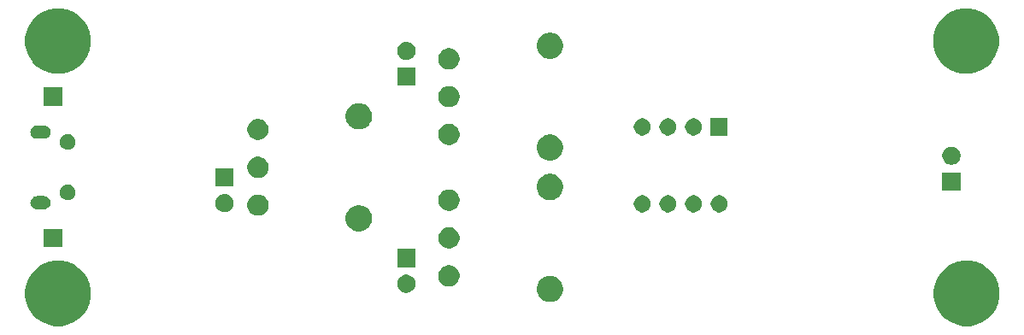
<source format=gbr>
G04 #@! TF.GenerationSoftware,KiCad,Pcbnew,(5.1.5-0-10_14)*
G04 #@! TF.CreationDate,2020-09-27T01:00:48-07:00*
G04 #@! TF.ProjectId,Bias_Tester,42696173-5f54-4657-9374-65722e6b6963,rev?*
G04 #@! TF.SameCoordinates,Original*
G04 #@! TF.FileFunction,Soldermask,Bot*
G04 #@! TF.FilePolarity,Negative*
%FSLAX46Y46*%
G04 Gerber Fmt 4.6, Leading zero omitted, Abs format (unit mm)*
G04 Created by KiCad (PCBNEW (5.1.5-0-10_14)) date 2020-09-27 01:00:48*
%MOMM*%
%LPD*%
G04 APERTURE LIST*
%ADD10C,0.150000*%
G04 APERTURE END LIST*
D10*
G36*
X166447990Y-108374896D02*
G01*
X166447992Y-108374897D01*
X166447993Y-108374897D01*
X166621229Y-108446654D01*
X167039452Y-108619888D01*
X167305603Y-108797724D01*
X167571753Y-108975559D01*
X168024441Y-109428247D01*
X168189039Y-109674586D01*
X168380112Y-109960548D01*
X168625104Y-110552010D01*
X168750000Y-111179903D01*
X168750000Y-111820097D01*
X168625104Y-112447990D01*
X168380112Y-113039452D01*
X168024440Y-113571754D01*
X167571754Y-114024440D01*
X167039452Y-114380112D01*
X166621229Y-114553346D01*
X166447993Y-114625103D01*
X166447992Y-114625103D01*
X166447990Y-114625104D01*
X165820097Y-114750000D01*
X165179903Y-114750000D01*
X164552010Y-114625104D01*
X164552008Y-114625103D01*
X164552007Y-114625103D01*
X164378771Y-114553346D01*
X163960548Y-114380112D01*
X163428246Y-114024440D01*
X162975560Y-113571754D01*
X162619888Y-113039452D01*
X162374896Y-112447990D01*
X162250000Y-111820097D01*
X162250000Y-111179903D01*
X162374896Y-110552010D01*
X162619888Y-109960548D01*
X162810961Y-109674586D01*
X162975559Y-109428247D01*
X163428247Y-108975559D01*
X163694397Y-108797724D01*
X163960548Y-108619888D01*
X164378771Y-108446654D01*
X164552007Y-108374897D01*
X164552008Y-108374897D01*
X164552010Y-108374896D01*
X165179903Y-108250000D01*
X165820097Y-108250000D01*
X166447990Y-108374896D01*
G37*
G36*
X76447990Y-108374896D02*
G01*
X76447992Y-108374897D01*
X76447993Y-108374897D01*
X76621229Y-108446654D01*
X77039452Y-108619888D01*
X77305603Y-108797724D01*
X77571753Y-108975559D01*
X78024441Y-109428247D01*
X78189039Y-109674586D01*
X78380112Y-109960548D01*
X78625104Y-110552010D01*
X78750000Y-111179903D01*
X78750000Y-111820097D01*
X78625104Y-112447990D01*
X78380112Y-113039452D01*
X78024440Y-113571754D01*
X77571754Y-114024440D01*
X77039452Y-114380112D01*
X76621229Y-114553346D01*
X76447993Y-114625103D01*
X76447992Y-114625103D01*
X76447990Y-114625104D01*
X75820097Y-114750000D01*
X75179903Y-114750000D01*
X74552010Y-114625104D01*
X74552008Y-114625103D01*
X74552007Y-114625103D01*
X74378771Y-114553346D01*
X73960548Y-114380112D01*
X73428246Y-114024440D01*
X72975560Y-113571754D01*
X72619888Y-113039452D01*
X72374896Y-112447990D01*
X72250000Y-111820097D01*
X72250000Y-111179903D01*
X72374896Y-110552010D01*
X72619888Y-109960548D01*
X72810961Y-109674586D01*
X72975559Y-109428247D01*
X73428247Y-108975559D01*
X73694397Y-108797724D01*
X73960548Y-108619888D01*
X74378771Y-108446654D01*
X74552007Y-108374897D01*
X74552008Y-108374897D01*
X74552010Y-108374896D01*
X75179903Y-108250000D01*
X75820097Y-108250000D01*
X76447990Y-108374896D01*
G37*
G36*
X124609196Y-109799958D02*
G01*
X124609198Y-109799959D01*
X124609199Y-109799959D01*
X124696592Y-109836159D01*
X124845781Y-109897955D01*
X125058702Y-110040224D01*
X125239776Y-110221298D01*
X125382045Y-110434219D01*
X125480042Y-110670804D01*
X125530000Y-110921961D01*
X125530000Y-111178039D01*
X125480042Y-111429196D01*
X125382045Y-111665781D01*
X125239776Y-111878702D01*
X125058702Y-112059776D01*
X124845781Y-112202045D01*
X124696592Y-112263841D01*
X124609199Y-112300041D01*
X124609198Y-112300041D01*
X124609196Y-112300042D01*
X124358039Y-112350000D01*
X124101961Y-112350000D01*
X123850804Y-112300042D01*
X123850802Y-112300041D01*
X123850801Y-112300041D01*
X123763408Y-112263841D01*
X123614219Y-112202045D01*
X123401298Y-112059776D01*
X123220224Y-111878702D01*
X123077955Y-111665781D01*
X122979958Y-111429196D01*
X122930000Y-111178039D01*
X122930000Y-110921961D01*
X122979958Y-110670804D01*
X123077955Y-110434219D01*
X123220224Y-110221298D01*
X123401298Y-110040224D01*
X123614219Y-109897955D01*
X123763408Y-109836159D01*
X123850801Y-109799959D01*
X123850802Y-109799959D01*
X123850804Y-109799958D01*
X124101961Y-109750000D01*
X124358039Y-109750000D01*
X124609196Y-109799958D01*
G37*
G36*
X110262520Y-109674586D02*
G01*
X110262522Y-109674587D01*
X110262523Y-109674587D01*
X110323025Y-109699648D01*
X110426310Y-109742430D01*
X110573717Y-109840924D01*
X110699076Y-109966283D01*
X110797570Y-110113690D01*
X110865414Y-110277480D01*
X110900000Y-110451358D01*
X110900000Y-110628642D01*
X110865414Y-110802520D01*
X110797570Y-110966310D01*
X110699076Y-111113717D01*
X110573717Y-111239076D01*
X110426310Y-111337570D01*
X110323025Y-111380352D01*
X110262523Y-111405413D01*
X110262522Y-111405413D01*
X110262520Y-111405414D01*
X110088642Y-111440000D01*
X109911358Y-111440000D01*
X109737480Y-111405414D01*
X109737478Y-111405413D01*
X109737477Y-111405413D01*
X109676975Y-111380352D01*
X109573690Y-111337570D01*
X109426283Y-111239076D01*
X109300924Y-111113717D01*
X109202430Y-110966310D01*
X109134586Y-110802520D01*
X109100000Y-110628642D01*
X109100000Y-110451358D01*
X109134586Y-110277480D01*
X109202430Y-110113690D01*
X109300924Y-109966283D01*
X109426283Y-109840924D01*
X109573690Y-109742430D01*
X109676975Y-109699648D01*
X109737477Y-109674587D01*
X109737478Y-109674587D01*
X109737480Y-109674586D01*
X109911358Y-109640000D01*
X110088642Y-109640000D01*
X110262520Y-109674586D01*
G37*
G36*
X114536274Y-108740350D02*
G01*
X114727362Y-108819502D01*
X114899336Y-108934411D01*
X115045589Y-109080664D01*
X115160498Y-109252638D01*
X115239650Y-109443726D01*
X115280000Y-109646584D01*
X115280000Y-109853416D01*
X115239650Y-110056274D01*
X115160498Y-110247362D01*
X115045589Y-110419336D01*
X114899336Y-110565589D01*
X114727362Y-110680498D01*
X114536274Y-110759650D01*
X114333416Y-110800000D01*
X114126584Y-110800000D01*
X113923726Y-110759650D01*
X113732638Y-110680498D01*
X113560664Y-110565589D01*
X113414411Y-110419336D01*
X113299502Y-110247362D01*
X113220350Y-110056274D01*
X113180000Y-109853416D01*
X113180000Y-109646584D01*
X113220350Y-109443726D01*
X113299502Y-109252638D01*
X113414411Y-109080664D01*
X113560664Y-108934411D01*
X113732638Y-108819502D01*
X113923726Y-108740350D01*
X114126584Y-108700000D01*
X114333416Y-108700000D01*
X114536274Y-108740350D01*
G37*
G36*
X110900000Y-108900000D02*
G01*
X109100000Y-108900000D01*
X109100000Y-107100000D01*
X110900000Y-107100000D01*
X110900000Y-108900000D01*
G37*
G36*
X114536274Y-104990350D02*
G01*
X114727362Y-105069502D01*
X114899336Y-105184411D01*
X115045589Y-105330664D01*
X115160498Y-105502638D01*
X115239650Y-105693726D01*
X115280000Y-105896584D01*
X115280000Y-106103416D01*
X115239650Y-106306274D01*
X115160498Y-106497362D01*
X115045589Y-106669336D01*
X114899336Y-106815589D01*
X114727362Y-106930498D01*
X114536274Y-107009650D01*
X114333416Y-107050000D01*
X114126584Y-107050000D01*
X113923726Y-107009650D01*
X113732638Y-106930498D01*
X113560664Y-106815589D01*
X113414411Y-106669336D01*
X113299502Y-106497362D01*
X113220350Y-106306274D01*
X113180000Y-106103416D01*
X113180000Y-105896584D01*
X113220350Y-105693726D01*
X113299502Y-105502638D01*
X113414411Y-105330664D01*
X113560664Y-105184411D01*
X113732638Y-105069502D01*
X113923726Y-104990350D01*
X114126584Y-104950000D01*
X114333416Y-104950000D01*
X114536274Y-104990350D01*
G37*
G36*
X75900000Y-106900000D02*
G01*
X74100000Y-106900000D01*
X74100000Y-105100000D01*
X75900000Y-105100000D01*
X75900000Y-106900000D01*
G37*
G36*
X105679196Y-102799958D02*
G01*
X105679198Y-102799959D01*
X105679199Y-102799959D01*
X105766592Y-102836159D01*
X105915781Y-102897955D01*
X106128702Y-103040224D01*
X106309776Y-103221298D01*
X106452045Y-103434219D01*
X106550042Y-103670804D01*
X106600000Y-103921961D01*
X106600000Y-104178039D01*
X106550042Y-104429196D01*
X106452045Y-104665781D01*
X106309776Y-104878702D01*
X106128702Y-105059776D01*
X105915781Y-105202045D01*
X105766592Y-105263841D01*
X105679199Y-105300041D01*
X105679198Y-105300041D01*
X105679196Y-105300042D01*
X105428039Y-105350000D01*
X105171961Y-105350000D01*
X104920804Y-105300042D01*
X104920802Y-105300041D01*
X104920801Y-105300041D01*
X104833408Y-105263841D01*
X104684219Y-105202045D01*
X104471298Y-105059776D01*
X104290224Y-104878702D01*
X104147955Y-104665781D01*
X104049958Y-104429196D01*
X104000000Y-104178039D01*
X104000000Y-103921961D01*
X104049958Y-103670804D01*
X104147955Y-103434219D01*
X104290224Y-103221298D01*
X104471298Y-103040224D01*
X104684219Y-102897955D01*
X104833408Y-102836159D01*
X104920801Y-102799959D01*
X104920802Y-102799959D01*
X104920804Y-102799958D01*
X105171961Y-102750000D01*
X105428039Y-102750000D01*
X105679196Y-102799958D01*
G37*
G36*
X95606274Y-101740350D02*
G01*
X95797362Y-101819502D01*
X95969336Y-101934411D01*
X96115589Y-102080664D01*
X96230498Y-102252638D01*
X96309650Y-102443726D01*
X96350000Y-102646584D01*
X96350000Y-102853416D01*
X96309650Y-103056274D01*
X96230498Y-103247362D01*
X96115589Y-103419336D01*
X95969336Y-103565589D01*
X95797362Y-103680498D01*
X95606274Y-103759650D01*
X95403416Y-103800000D01*
X95196584Y-103800000D01*
X94993726Y-103759650D01*
X94802638Y-103680498D01*
X94630664Y-103565589D01*
X94484411Y-103419336D01*
X94369502Y-103247362D01*
X94290350Y-103056274D01*
X94250000Y-102853416D01*
X94250000Y-102646584D01*
X94290350Y-102443726D01*
X94369502Y-102252638D01*
X94484411Y-102080664D01*
X94630664Y-101934411D01*
X94802638Y-101819502D01*
X94993726Y-101740350D01*
X95196584Y-101700000D01*
X95403416Y-101700000D01*
X95606274Y-101740350D01*
G37*
G36*
X141247936Y-101802665D02*
G01*
X141247938Y-101802666D01*
X141247939Y-101802666D01*
X141402628Y-101866740D01*
X141541842Y-101959760D01*
X141660240Y-102078158D01*
X141753260Y-102217372D01*
X141809611Y-102353416D01*
X141817335Y-102372064D01*
X141850000Y-102536282D01*
X141850000Y-102703718D01*
X141820224Y-102853413D01*
X141817334Y-102867939D01*
X141753260Y-103022628D01*
X141660240Y-103161842D01*
X141541842Y-103280240D01*
X141402628Y-103373260D01*
X141247939Y-103437334D01*
X141247938Y-103437334D01*
X141247936Y-103437335D01*
X141083718Y-103470000D01*
X140916282Y-103470000D01*
X140752064Y-103437335D01*
X140752062Y-103437334D01*
X140752061Y-103437334D01*
X140597372Y-103373260D01*
X140458158Y-103280240D01*
X140339760Y-103161842D01*
X140246740Y-103022628D01*
X140182666Y-102867939D01*
X140179777Y-102853413D01*
X140150000Y-102703718D01*
X140150000Y-102536282D01*
X140182665Y-102372064D01*
X140190389Y-102353416D01*
X140246740Y-102217372D01*
X140339760Y-102078158D01*
X140458158Y-101959760D01*
X140597372Y-101866740D01*
X140752061Y-101802666D01*
X140752062Y-101802666D01*
X140752064Y-101802665D01*
X140916282Y-101770000D01*
X141083718Y-101770000D01*
X141247936Y-101802665D01*
G37*
G36*
X138707936Y-101802665D02*
G01*
X138707938Y-101802666D01*
X138707939Y-101802666D01*
X138862628Y-101866740D01*
X139001842Y-101959760D01*
X139120240Y-102078158D01*
X139213260Y-102217372D01*
X139269611Y-102353416D01*
X139277335Y-102372064D01*
X139310000Y-102536282D01*
X139310000Y-102703718D01*
X139280224Y-102853413D01*
X139277334Y-102867939D01*
X139213260Y-103022628D01*
X139120240Y-103161842D01*
X139001842Y-103280240D01*
X138862628Y-103373260D01*
X138707939Y-103437334D01*
X138707938Y-103437334D01*
X138707936Y-103437335D01*
X138543718Y-103470000D01*
X138376282Y-103470000D01*
X138212064Y-103437335D01*
X138212062Y-103437334D01*
X138212061Y-103437334D01*
X138057372Y-103373260D01*
X137918158Y-103280240D01*
X137799760Y-103161842D01*
X137706740Y-103022628D01*
X137642666Y-102867939D01*
X137639777Y-102853413D01*
X137610000Y-102703718D01*
X137610000Y-102536282D01*
X137642665Y-102372064D01*
X137650389Y-102353416D01*
X137706740Y-102217372D01*
X137799760Y-102078158D01*
X137918158Y-101959760D01*
X138057372Y-101866740D01*
X138212061Y-101802666D01*
X138212062Y-101802666D01*
X138212064Y-101802665D01*
X138376282Y-101770000D01*
X138543718Y-101770000D01*
X138707936Y-101802665D01*
G37*
G36*
X136167936Y-101802665D02*
G01*
X136167938Y-101802666D01*
X136167939Y-101802666D01*
X136322628Y-101866740D01*
X136461842Y-101959760D01*
X136580240Y-102078158D01*
X136673260Y-102217372D01*
X136729611Y-102353416D01*
X136737335Y-102372064D01*
X136770000Y-102536282D01*
X136770000Y-102703718D01*
X136740224Y-102853413D01*
X136737334Y-102867939D01*
X136673260Y-103022628D01*
X136580240Y-103161842D01*
X136461842Y-103280240D01*
X136322628Y-103373260D01*
X136167939Y-103437334D01*
X136167938Y-103437334D01*
X136167936Y-103437335D01*
X136003718Y-103470000D01*
X135836282Y-103470000D01*
X135672064Y-103437335D01*
X135672062Y-103437334D01*
X135672061Y-103437334D01*
X135517372Y-103373260D01*
X135378158Y-103280240D01*
X135259760Y-103161842D01*
X135166740Y-103022628D01*
X135102666Y-102867939D01*
X135099777Y-102853413D01*
X135070000Y-102703718D01*
X135070000Y-102536282D01*
X135102665Y-102372064D01*
X135110389Y-102353416D01*
X135166740Y-102217372D01*
X135259760Y-102078158D01*
X135378158Y-101959760D01*
X135517372Y-101866740D01*
X135672061Y-101802666D01*
X135672062Y-101802666D01*
X135672064Y-101802665D01*
X135836282Y-101770000D01*
X136003718Y-101770000D01*
X136167936Y-101802665D01*
G37*
G36*
X133627936Y-101802665D02*
G01*
X133627938Y-101802666D01*
X133627939Y-101802666D01*
X133782628Y-101866740D01*
X133921842Y-101959760D01*
X134040240Y-102078158D01*
X134133260Y-102217372D01*
X134189611Y-102353416D01*
X134197335Y-102372064D01*
X134230000Y-102536282D01*
X134230000Y-102703718D01*
X134200224Y-102853413D01*
X134197334Y-102867939D01*
X134133260Y-103022628D01*
X134040240Y-103161842D01*
X133921842Y-103280240D01*
X133782628Y-103373260D01*
X133627939Y-103437334D01*
X133627938Y-103437334D01*
X133627936Y-103437335D01*
X133463718Y-103470000D01*
X133296282Y-103470000D01*
X133132064Y-103437335D01*
X133132062Y-103437334D01*
X133132061Y-103437334D01*
X132977372Y-103373260D01*
X132838158Y-103280240D01*
X132719760Y-103161842D01*
X132626740Y-103022628D01*
X132562666Y-102867939D01*
X132559777Y-102853413D01*
X132530000Y-102703718D01*
X132530000Y-102536282D01*
X132562665Y-102372064D01*
X132570389Y-102353416D01*
X132626740Y-102217372D01*
X132719760Y-102078158D01*
X132838158Y-101959760D01*
X132977372Y-101866740D01*
X133132061Y-101802666D01*
X133132062Y-101802666D01*
X133132064Y-101802665D01*
X133296282Y-101770000D01*
X133463718Y-101770000D01*
X133627936Y-101802665D01*
G37*
G36*
X92262520Y-101674586D02*
G01*
X92262522Y-101674587D01*
X92262523Y-101674587D01*
X92323025Y-101699648D01*
X92426310Y-101742430D01*
X92573717Y-101840924D01*
X92699076Y-101966283D01*
X92797570Y-102113690D01*
X92811195Y-102146584D01*
X92854032Y-102250000D01*
X92865414Y-102277480D01*
X92900000Y-102451358D01*
X92900000Y-102628642D01*
X92865414Y-102802520D01*
X92797570Y-102966310D01*
X92699076Y-103113717D01*
X92573717Y-103239076D01*
X92426310Y-103337570D01*
X92340147Y-103373260D01*
X92262523Y-103405413D01*
X92262522Y-103405413D01*
X92262520Y-103405414D01*
X92088642Y-103440000D01*
X91911358Y-103440000D01*
X91737480Y-103405414D01*
X91737478Y-103405413D01*
X91737477Y-103405413D01*
X91659853Y-103373260D01*
X91573690Y-103337570D01*
X91426283Y-103239076D01*
X91300924Y-103113717D01*
X91202430Y-102966310D01*
X91134586Y-102802520D01*
X91100000Y-102628642D01*
X91100000Y-102451358D01*
X91134586Y-102277480D01*
X91145969Y-102250000D01*
X91188805Y-102146584D01*
X91202430Y-102113690D01*
X91300924Y-101966283D01*
X91426283Y-101840924D01*
X91573690Y-101742430D01*
X91676975Y-101699648D01*
X91737477Y-101674587D01*
X91737478Y-101674587D01*
X91737480Y-101674586D01*
X91911358Y-101640000D01*
X92088642Y-101640000D01*
X92262520Y-101674586D01*
G37*
G36*
X114536274Y-101240350D02*
G01*
X114727362Y-101319502D01*
X114899336Y-101434411D01*
X115045589Y-101580664D01*
X115160498Y-101752638D01*
X115239650Y-101943726D01*
X115280000Y-102146584D01*
X115280000Y-102353416D01*
X115239650Y-102556274D01*
X115160498Y-102747362D01*
X115045589Y-102919336D01*
X114899336Y-103065589D01*
X114727362Y-103180498D01*
X114536274Y-103259650D01*
X114333416Y-103300000D01*
X114126584Y-103300000D01*
X113923726Y-103259650D01*
X113732638Y-103180498D01*
X113560664Y-103065589D01*
X113414411Y-102919336D01*
X113299502Y-102747362D01*
X113220350Y-102556274D01*
X113180000Y-102353416D01*
X113180000Y-102146584D01*
X113220350Y-101943726D01*
X113299502Y-101752638D01*
X113414411Y-101580664D01*
X113560664Y-101434411D01*
X113732638Y-101319502D01*
X113923726Y-101240350D01*
X114126584Y-101200000D01*
X114333416Y-101200000D01*
X114536274Y-101240350D01*
G37*
G36*
X74239922Y-101859405D02*
G01*
X74342989Y-101890670D01*
X74362449Y-101896573D01*
X74433238Y-101934411D01*
X74475368Y-101956930D01*
X74574343Y-102038157D01*
X74655570Y-102137132D01*
X74655571Y-102137134D01*
X74715927Y-102250051D01*
X74716712Y-102252639D01*
X74753095Y-102372578D01*
X74765645Y-102500000D01*
X74753095Y-102627422D01*
X74721830Y-102730489D01*
X74715927Y-102749949D01*
X74689196Y-102799958D01*
X74655570Y-102862868D01*
X74574343Y-102961843D01*
X74475368Y-103043070D01*
X74475366Y-103043071D01*
X74362449Y-103103427D01*
X74342989Y-103109330D01*
X74239922Y-103140595D01*
X74144432Y-103150000D01*
X73380568Y-103150000D01*
X73285078Y-103140595D01*
X73182011Y-103109330D01*
X73162551Y-103103427D01*
X73049634Y-103043071D01*
X73049632Y-103043070D01*
X72950657Y-102961843D01*
X72869430Y-102862868D01*
X72835804Y-102799958D01*
X72809073Y-102749949D01*
X72803170Y-102730489D01*
X72771905Y-102627422D01*
X72759355Y-102500000D01*
X72771905Y-102372578D01*
X72808288Y-102252639D01*
X72809073Y-102250051D01*
X72869429Y-102137134D01*
X72869430Y-102137132D01*
X72950657Y-102038157D01*
X73049632Y-101956930D01*
X73091762Y-101934411D01*
X73162551Y-101896573D01*
X73182011Y-101890670D01*
X73285078Y-101859405D01*
X73380568Y-101850000D01*
X74144432Y-101850000D01*
X74239922Y-101859405D01*
G37*
G36*
X76588740Y-100734928D02*
G01*
X76688561Y-100754783D01*
X76829602Y-100813205D01*
X76956533Y-100898017D01*
X77064483Y-101005967D01*
X77149295Y-101132898D01*
X77207717Y-101273939D01*
X77237500Y-101423670D01*
X77237500Y-101576330D01*
X77207717Y-101726061D01*
X77149295Y-101867102D01*
X77064483Y-101994033D01*
X76956533Y-102101983D01*
X76829602Y-102186795D01*
X76688561Y-102245217D01*
X76588740Y-102265072D01*
X76538831Y-102275000D01*
X76386169Y-102275000D01*
X76336260Y-102265072D01*
X76236439Y-102245217D01*
X76095398Y-102186795D01*
X75968467Y-102101983D01*
X75860517Y-101994033D01*
X75775705Y-101867102D01*
X75717283Y-101726061D01*
X75687500Y-101576330D01*
X75687500Y-101423670D01*
X75717283Y-101273939D01*
X75775705Y-101132898D01*
X75860517Y-101005967D01*
X75968467Y-100898017D01*
X76095398Y-100813205D01*
X76236439Y-100754783D01*
X76336260Y-100734928D01*
X76386169Y-100725000D01*
X76538831Y-100725000D01*
X76588740Y-100734928D01*
G37*
G36*
X124609196Y-99699958D02*
G01*
X124609198Y-99699959D01*
X124609199Y-99699959D01*
X124696592Y-99736159D01*
X124845781Y-99797955D01*
X125058702Y-99940224D01*
X125239776Y-100121298D01*
X125382045Y-100334219D01*
X125480042Y-100570804D01*
X125530000Y-100821961D01*
X125530000Y-101078039D01*
X125480042Y-101329196D01*
X125382045Y-101565781D01*
X125239776Y-101778702D01*
X125058702Y-101959776D01*
X124845781Y-102102045D01*
X124738247Y-102146587D01*
X124609199Y-102200041D01*
X124609198Y-102200041D01*
X124609196Y-102200042D01*
X124358039Y-102250000D01*
X124101961Y-102250000D01*
X123850804Y-102200042D01*
X123850802Y-102200041D01*
X123850801Y-102200041D01*
X123721753Y-102146587D01*
X123614219Y-102102045D01*
X123401298Y-101959776D01*
X123220224Y-101778702D01*
X123077955Y-101565781D01*
X122979958Y-101329196D01*
X122930000Y-101078039D01*
X122930000Y-100821961D01*
X122979958Y-100570804D01*
X123077955Y-100334219D01*
X123220224Y-100121298D01*
X123401298Y-99940224D01*
X123614219Y-99797955D01*
X123763408Y-99736159D01*
X123850801Y-99699959D01*
X123850802Y-99699959D01*
X123850804Y-99699958D01*
X124101961Y-99650000D01*
X124358039Y-99650000D01*
X124609196Y-99699958D01*
G37*
G36*
X164900000Y-101300000D02*
G01*
X163100000Y-101300000D01*
X163100000Y-99500000D01*
X164900000Y-99500000D01*
X164900000Y-101300000D01*
G37*
G36*
X92900000Y-100900000D02*
G01*
X91100000Y-100900000D01*
X91100000Y-99100000D01*
X92900000Y-99100000D01*
X92900000Y-100900000D01*
G37*
G36*
X95606274Y-97990350D02*
G01*
X95797362Y-98069502D01*
X95969336Y-98184411D01*
X96115589Y-98330664D01*
X96230498Y-98502638D01*
X96309650Y-98693726D01*
X96350000Y-98896584D01*
X96350000Y-99103416D01*
X96309650Y-99306274D01*
X96230498Y-99497362D01*
X96115589Y-99669336D01*
X95969336Y-99815589D01*
X95797362Y-99930498D01*
X95606274Y-100009650D01*
X95403416Y-100050000D01*
X95196584Y-100050000D01*
X94993726Y-100009650D01*
X94802638Y-99930498D01*
X94630664Y-99815589D01*
X94484411Y-99669336D01*
X94369502Y-99497362D01*
X94290350Y-99306274D01*
X94250000Y-99103416D01*
X94250000Y-98896584D01*
X94290350Y-98693726D01*
X94369502Y-98502638D01*
X94484411Y-98330664D01*
X94630664Y-98184411D01*
X94802638Y-98069502D01*
X94993726Y-97990350D01*
X95196584Y-97950000D01*
X95403416Y-97950000D01*
X95606274Y-97990350D01*
G37*
G36*
X164262520Y-96994586D02*
G01*
X164262522Y-96994587D01*
X164262523Y-96994587D01*
X164323025Y-97019648D01*
X164426310Y-97062430D01*
X164573717Y-97160924D01*
X164699076Y-97286283D01*
X164797570Y-97433690D01*
X164865414Y-97597480D01*
X164900000Y-97771358D01*
X164900000Y-97948642D01*
X164865414Y-98122520D01*
X164797570Y-98286310D01*
X164699076Y-98433717D01*
X164573717Y-98559076D01*
X164426310Y-98657570D01*
X164323025Y-98700352D01*
X164262523Y-98725413D01*
X164262522Y-98725413D01*
X164262520Y-98725414D01*
X164088642Y-98760000D01*
X163911358Y-98760000D01*
X163737480Y-98725414D01*
X163737478Y-98725413D01*
X163737477Y-98725413D01*
X163676975Y-98700352D01*
X163573690Y-98657570D01*
X163426283Y-98559076D01*
X163300924Y-98433717D01*
X163202430Y-98286310D01*
X163134586Y-98122520D01*
X163100000Y-97948642D01*
X163100000Y-97771358D01*
X163134586Y-97597480D01*
X163202430Y-97433690D01*
X163300924Y-97286283D01*
X163426283Y-97160924D01*
X163573690Y-97062430D01*
X163676975Y-97019648D01*
X163737477Y-96994587D01*
X163737478Y-96994587D01*
X163737480Y-96994586D01*
X163911358Y-96960000D01*
X164088642Y-96960000D01*
X164262520Y-96994586D01*
G37*
G36*
X124609196Y-95799958D02*
G01*
X124609198Y-95799959D01*
X124609199Y-95799959D01*
X124651148Y-95817335D01*
X124845781Y-95897955D01*
X125058702Y-96040224D01*
X125239776Y-96221298D01*
X125382045Y-96434219D01*
X125480042Y-96670804D01*
X125530000Y-96921961D01*
X125530000Y-97178039D01*
X125480042Y-97429196D01*
X125382045Y-97665781D01*
X125239776Y-97878702D01*
X125058702Y-98059776D01*
X124845781Y-98202045D01*
X124696592Y-98263841D01*
X124609199Y-98300041D01*
X124609198Y-98300041D01*
X124609196Y-98300042D01*
X124358039Y-98350000D01*
X124101961Y-98350000D01*
X123850804Y-98300042D01*
X123850802Y-98300041D01*
X123850801Y-98300041D01*
X123763408Y-98263841D01*
X123614219Y-98202045D01*
X123401298Y-98059776D01*
X123220224Y-97878702D01*
X123077955Y-97665781D01*
X122979958Y-97429196D01*
X122930000Y-97178039D01*
X122930000Y-96921961D01*
X122979958Y-96670804D01*
X123077955Y-96434219D01*
X123220224Y-96221298D01*
X123401298Y-96040224D01*
X123614219Y-95897955D01*
X123808852Y-95817335D01*
X123850801Y-95799959D01*
X123850802Y-95799959D01*
X123850804Y-95799958D01*
X124101961Y-95750000D01*
X124358039Y-95750000D01*
X124609196Y-95799958D01*
G37*
G36*
X76588740Y-95734928D02*
G01*
X76688561Y-95754783D01*
X76829602Y-95813205D01*
X76956533Y-95898017D01*
X77064483Y-96005967D01*
X77149295Y-96132898D01*
X77207717Y-96273939D01*
X77237500Y-96423670D01*
X77237500Y-96576330D01*
X77207717Y-96726061D01*
X77149295Y-96867102D01*
X77064483Y-96994033D01*
X76956533Y-97101983D01*
X76829602Y-97186795D01*
X76688561Y-97245217D01*
X76588740Y-97265072D01*
X76538831Y-97275000D01*
X76386169Y-97275000D01*
X76336260Y-97265072D01*
X76236439Y-97245217D01*
X76095398Y-97186795D01*
X75968467Y-97101983D01*
X75860517Y-96994033D01*
X75775705Y-96867102D01*
X75717283Y-96726061D01*
X75687500Y-96576330D01*
X75687500Y-96423670D01*
X75717283Y-96273939D01*
X75775705Y-96132898D01*
X75860517Y-96005967D01*
X75968467Y-95898017D01*
X76095398Y-95813205D01*
X76236439Y-95754783D01*
X76336260Y-95734928D01*
X76386169Y-95725000D01*
X76538831Y-95725000D01*
X76588740Y-95734928D01*
G37*
G36*
X114536274Y-94740350D02*
G01*
X114727362Y-94819502D01*
X114899336Y-94934411D01*
X115045589Y-95080664D01*
X115160498Y-95252638D01*
X115239650Y-95443726D01*
X115280000Y-95646584D01*
X115280000Y-95853416D01*
X115239650Y-96056274D01*
X115160498Y-96247362D01*
X115045589Y-96419336D01*
X114899336Y-96565589D01*
X114727362Y-96680498D01*
X114536274Y-96759650D01*
X114333416Y-96800000D01*
X114126584Y-96800000D01*
X113923726Y-96759650D01*
X113732638Y-96680498D01*
X113560664Y-96565589D01*
X113414411Y-96419336D01*
X113299502Y-96247362D01*
X113220350Y-96056274D01*
X113180000Y-95853416D01*
X113180000Y-95646584D01*
X113220350Y-95443726D01*
X113299502Y-95252638D01*
X113414411Y-95080664D01*
X113560664Y-94934411D01*
X113732638Y-94819502D01*
X113923726Y-94740350D01*
X114126584Y-94700000D01*
X114333416Y-94700000D01*
X114536274Y-94740350D01*
G37*
G36*
X95606274Y-94240350D02*
G01*
X95797362Y-94319502D01*
X95969336Y-94434411D01*
X96115589Y-94580664D01*
X96230498Y-94752638D01*
X96309650Y-94943726D01*
X96350000Y-95146584D01*
X96350000Y-95353416D01*
X96309650Y-95556274D01*
X96230498Y-95747362D01*
X96115589Y-95919336D01*
X95969336Y-96065589D01*
X95797362Y-96180498D01*
X95606274Y-96259650D01*
X95403416Y-96300000D01*
X95196584Y-96300000D01*
X94993726Y-96259650D01*
X94802638Y-96180498D01*
X94630664Y-96065589D01*
X94484411Y-95919336D01*
X94369502Y-95747362D01*
X94290350Y-95556274D01*
X94250000Y-95353416D01*
X94250000Y-95146584D01*
X94290350Y-94943726D01*
X94369502Y-94752638D01*
X94484411Y-94580664D01*
X94630664Y-94434411D01*
X94802638Y-94319502D01*
X94993726Y-94240350D01*
X95196584Y-94200000D01*
X95403416Y-94200000D01*
X95606274Y-94240350D01*
G37*
G36*
X74239922Y-94859405D02*
G01*
X74342989Y-94890670D01*
X74362449Y-94896573D01*
X74399325Y-94916284D01*
X74475368Y-94956930D01*
X74574343Y-95038157D01*
X74655570Y-95137132D01*
X74655571Y-95137134D01*
X74715927Y-95250051D01*
X74716712Y-95252639D01*
X74753095Y-95372578D01*
X74765645Y-95500000D01*
X74753095Y-95627422D01*
X74723495Y-95725000D01*
X74715927Y-95749949D01*
X74679908Y-95817335D01*
X74655570Y-95862868D01*
X74574343Y-95961843D01*
X74475368Y-96043070D01*
X74475366Y-96043071D01*
X74362449Y-96103427D01*
X74342989Y-96109330D01*
X74239922Y-96140595D01*
X74144432Y-96150000D01*
X73380568Y-96150000D01*
X73285078Y-96140595D01*
X73182011Y-96109330D01*
X73162551Y-96103427D01*
X73049634Y-96043071D01*
X73049632Y-96043070D01*
X72950657Y-95961843D01*
X72869430Y-95862868D01*
X72845092Y-95817335D01*
X72809073Y-95749949D01*
X72801505Y-95725000D01*
X72771905Y-95627422D01*
X72759355Y-95500000D01*
X72771905Y-95372578D01*
X72808288Y-95252639D01*
X72809073Y-95250051D01*
X72869429Y-95137134D01*
X72869430Y-95137132D01*
X72950657Y-95038157D01*
X73049632Y-94956930D01*
X73125675Y-94916284D01*
X73162551Y-94896573D01*
X73182011Y-94890670D01*
X73285078Y-94859405D01*
X73380568Y-94850000D01*
X74144432Y-94850000D01*
X74239922Y-94859405D01*
G37*
G36*
X133627936Y-94182665D02*
G01*
X133627938Y-94182666D01*
X133627939Y-94182666D01*
X133782628Y-94246740D01*
X133921842Y-94339760D01*
X134040240Y-94458158D01*
X134133260Y-94597372D01*
X134192483Y-94740350D01*
X134197335Y-94752064D01*
X134230000Y-94916282D01*
X134230000Y-95083718D01*
X134206862Y-95200042D01*
X134197334Y-95247939D01*
X134133260Y-95402628D01*
X134040240Y-95541842D01*
X133921842Y-95660240D01*
X133782628Y-95753260D01*
X133627939Y-95817334D01*
X133627938Y-95817334D01*
X133627936Y-95817335D01*
X133463718Y-95850000D01*
X133296282Y-95850000D01*
X133132064Y-95817335D01*
X133132062Y-95817334D01*
X133132061Y-95817334D01*
X132977372Y-95753260D01*
X132838158Y-95660240D01*
X132719760Y-95541842D01*
X132626740Y-95402628D01*
X132562666Y-95247939D01*
X132553139Y-95200042D01*
X132530000Y-95083718D01*
X132530000Y-94916282D01*
X132562665Y-94752064D01*
X132567517Y-94740350D01*
X132626740Y-94597372D01*
X132719760Y-94458158D01*
X132838158Y-94339760D01*
X132977372Y-94246740D01*
X133132061Y-94182666D01*
X133132062Y-94182666D01*
X133132064Y-94182665D01*
X133296282Y-94150000D01*
X133463718Y-94150000D01*
X133627936Y-94182665D01*
G37*
G36*
X136167936Y-94182665D02*
G01*
X136167938Y-94182666D01*
X136167939Y-94182666D01*
X136322628Y-94246740D01*
X136461842Y-94339760D01*
X136580240Y-94458158D01*
X136673260Y-94597372D01*
X136732483Y-94740350D01*
X136737335Y-94752064D01*
X136770000Y-94916282D01*
X136770000Y-95083718D01*
X136746862Y-95200042D01*
X136737334Y-95247939D01*
X136673260Y-95402628D01*
X136580240Y-95541842D01*
X136461842Y-95660240D01*
X136322628Y-95753260D01*
X136167939Y-95817334D01*
X136167938Y-95817334D01*
X136167936Y-95817335D01*
X136003718Y-95850000D01*
X135836282Y-95850000D01*
X135672064Y-95817335D01*
X135672062Y-95817334D01*
X135672061Y-95817334D01*
X135517372Y-95753260D01*
X135378158Y-95660240D01*
X135259760Y-95541842D01*
X135166740Y-95402628D01*
X135102666Y-95247939D01*
X135093139Y-95200042D01*
X135070000Y-95083718D01*
X135070000Y-94916282D01*
X135102665Y-94752064D01*
X135107517Y-94740350D01*
X135166740Y-94597372D01*
X135259760Y-94458158D01*
X135378158Y-94339760D01*
X135517372Y-94246740D01*
X135672061Y-94182666D01*
X135672062Y-94182666D01*
X135672064Y-94182665D01*
X135836282Y-94150000D01*
X136003718Y-94150000D01*
X136167936Y-94182665D01*
G37*
G36*
X138707936Y-94182665D02*
G01*
X138707938Y-94182666D01*
X138707939Y-94182666D01*
X138862628Y-94246740D01*
X139001842Y-94339760D01*
X139120240Y-94458158D01*
X139213260Y-94597372D01*
X139272483Y-94740350D01*
X139277335Y-94752064D01*
X139310000Y-94916282D01*
X139310000Y-95083718D01*
X139286862Y-95200042D01*
X139277334Y-95247939D01*
X139213260Y-95402628D01*
X139120240Y-95541842D01*
X139001842Y-95660240D01*
X138862628Y-95753260D01*
X138707939Y-95817334D01*
X138707938Y-95817334D01*
X138707936Y-95817335D01*
X138543718Y-95850000D01*
X138376282Y-95850000D01*
X138212064Y-95817335D01*
X138212062Y-95817334D01*
X138212061Y-95817334D01*
X138057372Y-95753260D01*
X137918158Y-95660240D01*
X137799760Y-95541842D01*
X137706740Y-95402628D01*
X137642666Y-95247939D01*
X137633139Y-95200042D01*
X137610000Y-95083718D01*
X137610000Y-94916282D01*
X137642665Y-94752064D01*
X137647517Y-94740350D01*
X137706740Y-94597372D01*
X137799760Y-94458158D01*
X137918158Y-94339760D01*
X138057372Y-94246740D01*
X138212061Y-94182666D01*
X138212062Y-94182666D01*
X138212064Y-94182665D01*
X138376282Y-94150000D01*
X138543718Y-94150000D01*
X138707936Y-94182665D01*
G37*
G36*
X141850000Y-95850000D02*
G01*
X140150000Y-95850000D01*
X140150000Y-94150000D01*
X141850000Y-94150000D01*
X141850000Y-95850000D01*
G37*
G36*
X105679196Y-92699958D02*
G01*
X105679198Y-92699959D01*
X105679199Y-92699959D01*
X105766592Y-92736159D01*
X105915781Y-92797955D01*
X106128702Y-92940224D01*
X106309776Y-93121298D01*
X106452045Y-93334219D01*
X106550042Y-93570804D01*
X106600000Y-93821961D01*
X106600000Y-94078039D01*
X106575741Y-94200000D01*
X106550041Y-94329199D01*
X106513841Y-94416592D01*
X106452045Y-94565781D01*
X106309776Y-94778702D01*
X106128702Y-94959776D01*
X105915781Y-95102045D01*
X105808247Y-95146587D01*
X105679199Y-95200041D01*
X105679198Y-95200041D01*
X105679196Y-95200042D01*
X105428039Y-95250000D01*
X105171961Y-95250000D01*
X104920804Y-95200042D01*
X104920802Y-95200041D01*
X104920801Y-95200041D01*
X104791753Y-95146587D01*
X104684219Y-95102045D01*
X104471298Y-94959776D01*
X104290224Y-94778702D01*
X104147955Y-94565781D01*
X104086159Y-94416592D01*
X104049959Y-94329199D01*
X104024260Y-94200000D01*
X104000000Y-94078039D01*
X104000000Y-93821961D01*
X104049958Y-93570804D01*
X104147955Y-93334219D01*
X104290224Y-93121298D01*
X104471298Y-92940224D01*
X104684219Y-92797955D01*
X104833408Y-92736159D01*
X104920801Y-92699959D01*
X104920802Y-92699959D01*
X104920804Y-92699958D01*
X105171961Y-92650000D01*
X105428039Y-92650000D01*
X105679196Y-92699958D01*
G37*
G36*
X114536274Y-90990350D02*
G01*
X114727362Y-91069502D01*
X114899336Y-91184411D01*
X115045589Y-91330664D01*
X115160498Y-91502638D01*
X115239650Y-91693726D01*
X115280000Y-91896584D01*
X115280000Y-92103416D01*
X115239650Y-92306274D01*
X115160498Y-92497362D01*
X115045589Y-92669336D01*
X114899336Y-92815589D01*
X114727362Y-92930498D01*
X114536274Y-93009650D01*
X114333416Y-93050000D01*
X114126584Y-93050000D01*
X113923726Y-93009650D01*
X113732638Y-92930498D01*
X113560664Y-92815589D01*
X113414411Y-92669336D01*
X113299502Y-92497362D01*
X113220350Y-92306274D01*
X113180000Y-92103416D01*
X113180000Y-91896584D01*
X113220350Y-91693726D01*
X113299502Y-91502638D01*
X113414411Y-91330664D01*
X113560664Y-91184411D01*
X113732638Y-91069502D01*
X113923726Y-90990350D01*
X114126584Y-90950000D01*
X114333416Y-90950000D01*
X114536274Y-90990350D01*
G37*
G36*
X75900000Y-92900000D02*
G01*
X74100000Y-92900000D01*
X74100000Y-91100000D01*
X75900000Y-91100000D01*
X75900000Y-92900000D01*
G37*
G36*
X110900000Y-90900000D02*
G01*
X109100000Y-90900000D01*
X109100000Y-89100000D01*
X110900000Y-89100000D01*
X110900000Y-90900000D01*
G37*
G36*
X76447990Y-83374896D02*
G01*
X76447992Y-83374897D01*
X76447993Y-83374897D01*
X76621229Y-83446654D01*
X77039452Y-83619888D01*
X77571754Y-83975560D01*
X78024440Y-84428246D01*
X78380112Y-84960548D01*
X78625104Y-85552010D01*
X78750000Y-86179903D01*
X78750000Y-86820097D01*
X78625104Y-87447990D01*
X78380112Y-88039452D01*
X78202276Y-88305603D01*
X78034784Y-88556274D01*
X78024440Y-88571754D01*
X77571754Y-89024440D01*
X77039452Y-89380112D01*
X76621229Y-89553346D01*
X76447993Y-89625103D01*
X76447992Y-89625103D01*
X76447990Y-89625104D01*
X75820097Y-89750000D01*
X75179903Y-89750000D01*
X74552010Y-89625104D01*
X74552008Y-89625103D01*
X74552007Y-89625103D01*
X74378771Y-89553346D01*
X73960548Y-89380112D01*
X73428246Y-89024440D01*
X72975560Y-88571754D01*
X72965217Y-88556274D01*
X72797724Y-88305603D01*
X72619888Y-88039452D01*
X72374896Y-87447990D01*
X72250000Y-86820097D01*
X72250000Y-86179903D01*
X72374896Y-85552010D01*
X72619888Y-84960548D01*
X72975560Y-84428246D01*
X73428246Y-83975560D01*
X73960548Y-83619888D01*
X74378771Y-83446654D01*
X74552007Y-83374897D01*
X74552008Y-83374897D01*
X74552010Y-83374896D01*
X75179903Y-83250000D01*
X75820097Y-83250000D01*
X76447990Y-83374896D01*
G37*
G36*
X166397990Y-83374896D02*
G01*
X166397992Y-83374897D01*
X166397993Y-83374897D01*
X166571229Y-83446654D01*
X166989452Y-83619888D01*
X167521754Y-83975560D01*
X167974440Y-84428246D01*
X168330112Y-84960548D01*
X168575104Y-85552010D01*
X168700000Y-86179903D01*
X168700000Y-86820097D01*
X168575104Y-87447990D01*
X168330112Y-88039452D01*
X168152276Y-88305603D01*
X167984784Y-88556274D01*
X167974440Y-88571754D01*
X167521754Y-89024440D01*
X166989452Y-89380112D01*
X166571229Y-89553346D01*
X166397993Y-89625103D01*
X166397992Y-89625103D01*
X166397990Y-89625104D01*
X165770097Y-89750000D01*
X165129903Y-89750000D01*
X164502010Y-89625104D01*
X164502008Y-89625103D01*
X164502007Y-89625103D01*
X164328771Y-89553346D01*
X163910548Y-89380112D01*
X163378246Y-89024440D01*
X162925560Y-88571754D01*
X162915217Y-88556274D01*
X162747724Y-88305603D01*
X162569888Y-88039452D01*
X162324896Y-87447990D01*
X162200000Y-86820097D01*
X162200000Y-86179903D01*
X162324896Y-85552010D01*
X162569888Y-84960548D01*
X162925560Y-84428246D01*
X163378246Y-83975560D01*
X163910548Y-83619888D01*
X164328771Y-83446654D01*
X164502007Y-83374897D01*
X164502008Y-83374897D01*
X164502010Y-83374896D01*
X165129903Y-83250000D01*
X165770097Y-83250000D01*
X166397990Y-83374896D01*
G37*
G36*
X114536274Y-87240350D02*
G01*
X114727362Y-87319502D01*
X114899336Y-87434411D01*
X115045589Y-87580664D01*
X115160498Y-87752638D01*
X115239650Y-87943726D01*
X115280000Y-88146584D01*
X115280000Y-88353416D01*
X115239650Y-88556274D01*
X115160498Y-88747362D01*
X115045589Y-88919336D01*
X114899336Y-89065589D01*
X114727362Y-89180498D01*
X114536274Y-89259650D01*
X114333416Y-89300000D01*
X114126584Y-89300000D01*
X113923726Y-89259650D01*
X113732638Y-89180498D01*
X113560664Y-89065589D01*
X113414411Y-88919336D01*
X113299502Y-88747362D01*
X113220350Y-88556274D01*
X113180000Y-88353416D01*
X113180000Y-88146584D01*
X113220350Y-87943726D01*
X113299502Y-87752638D01*
X113414411Y-87580664D01*
X113560664Y-87434411D01*
X113732638Y-87319502D01*
X113923726Y-87240350D01*
X114126584Y-87200000D01*
X114333416Y-87200000D01*
X114536274Y-87240350D01*
G37*
G36*
X110262520Y-86594586D02*
G01*
X110262522Y-86594587D01*
X110262523Y-86594587D01*
X110323025Y-86619648D01*
X110426310Y-86662430D01*
X110573717Y-86760924D01*
X110699076Y-86886283D01*
X110797570Y-87033690D01*
X110865414Y-87197480D01*
X110900000Y-87371358D01*
X110900000Y-87548642D01*
X110865414Y-87722520D01*
X110797570Y-87886310D01*
X110699076Y-88033717D01*
X110573717Y-88159076D01*
X110426310Y-88257570D01*
X110323025Y-88300352D01*
X110262523Y-88325413D01*
X110262522Y-88325413D01*
X110262520Y-88325414D01*
X110088642Y-88360000D01*
X109911358Y-88360000D01*
X109737480Y-88325414D01*
X109737478Y-88325413D01*
X109737477Y-88325413D01*
X109676975Y-88300352D01*
X109573690Y-88257570D01*
X109426283Y-88159076D01*
X109300924Y-88033717D01*
X109202430Y-87886310D01*
X109134586Y-87722520D01*
X109100000Y-87548642D01*
X109100000Y-87371358D01*
X109134586Y-87197480D01*
X109202430Y-87033690D01*
X109300924Y-86886283D01*
X109426283Y-86760924D01*
X109573690Y-86662430D01*
X109676975Y-86619648D01*
X109737477Y-86594587D01*
X109737478Y-86594587D01*
X109737480Y-86594586D01*
X109911358Y-86560000D01*
X110088642Y-86560000D01*
X110262520Y-86594586D01*
G37*
G36*
X124609196Y-85699958D02*
G01*
X124609198Y-85699959D01*
X124609199Y-85699959D01*
X124696592Y-85736159D01*
X124845781Y-85797955D01*
X125058702Y-85940224D01*
X125239776Y-86121298D01*
X125382045Y-86334219D01*
X125480042Y-86570804D01*
X125530000Y-86821961D01*
X125530000Y-87078039D01*
X125480042Y-87329196D01*
X125382045Y-87565781D01*
X125239776Y-87778702D01*
X125058702Y-87959776D01*
X124845781Y-88102045D01*
X124738247Y-88146587D01*
X124609199Y-88200041D01*
X124609198Y-88200041D01*
X124609196Y-88200042D01*
X124358039Y-88250000D01*
X124101961Y-88250000D01*
X123850804Y-88200042D01*
X123850802Y-88200041D01*
X123850801Y-88200041D01*
X123721753Y-88146587D01*
X123614219Y-88102045D01*
X123401298Y-87959776D01*
X123220224Y-87778702D01*
X123077955Y-87565781D01*
X122979958Y-87329196D01*
X122930000Y-87078039D01*
X122930000Y-86821961D01*
X122979958Y-86570804D01*
X123077955Y-86334219D01*
X123220224Y-86121298D01*
X123401298Y-85940224D01*
X123614219Y-85797955D01*
X123763408Y-85736159D01*
X123850801Y-85699959D01*
X123850802Y-85699959D01*
X123850804Y-85699958D01*
X124101961Y-85650000D01*
X124358039Y-85650000D01*
X124609196Y-85699958D01*
G37*
M02*

</source>
